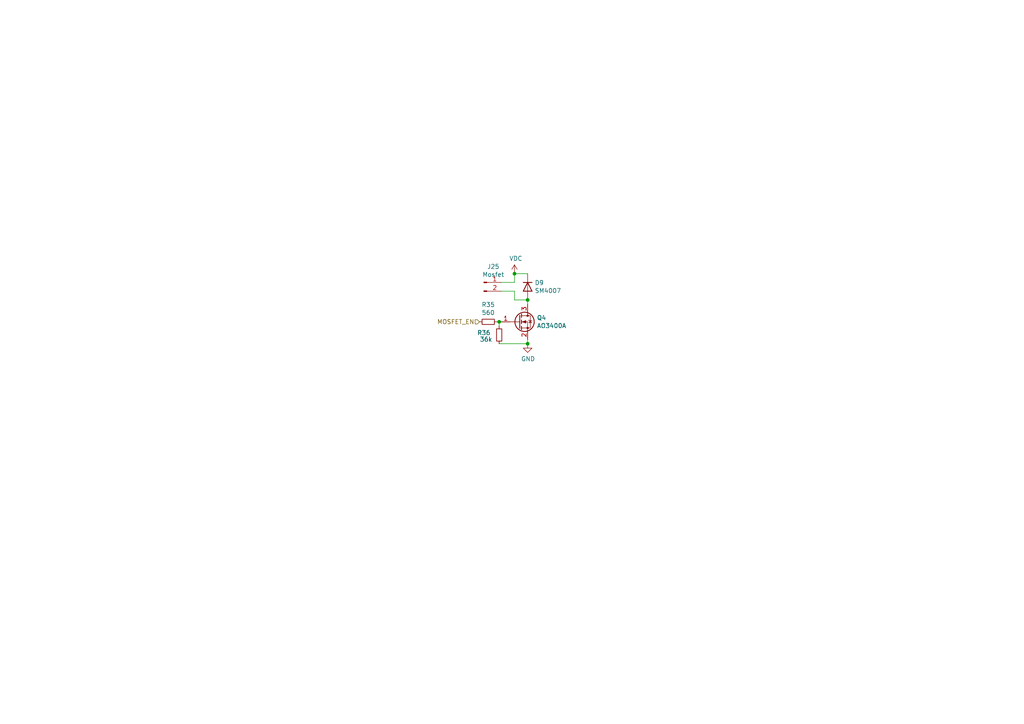
<source format=kicad_sch>
(kicad_sch (version 20211123) (generator eeschema)
  (paper "A4")
  (title_block (title "Index Mobo") (date "2021-02-19") (rev "${version}"))
  (lib_symbols
    (symbol "Connector:Conn_01x02_Male" (pin_names (offset 1.016) hide)
      (property "Reference" "J" (at 0 2.54 0))
      (property "Value" "Conn_01x02_Male" (at 0 -5.08 0))
      (symbol "Conn_01x02_Male_1_1"
        (polyline (pts (xy 1.27 -2.54) (xy 0.8636 -2.54)) (stroke (width 0.1524)))
        (polyline (pts (xy 1.27 0) (xy 0.8636 0)) (stroke (width 0.1524)))
        (rectangle (start 0.8636 -2.413) (end 0 -2.667) (stroke (width 0.1524)) (fill (type outline)))
        (rectangle (start 0.8636 0.127) (end 0 -0.127) (stroke (width 0.1524)) (fill (type outline)))
        (pin passive line (at 5.08 0 180) (length 3.81) (name "Pin_1") (number "1"))
        (pin passive line (at 5.08 -2.54 180) (length 3.81) (name "Pin_2") (number "2"))
      )
    )
    (symbol "Device:R_Small" (pin_numbers hide) (pin_names (offset 0.254) hide)
      (property "Reference" "R" (at 0.762 0.508 0))
      (property "Value" "R_Small" (at 0.762 -1.016 0))
      (symbol "R_Small_0_1"
        (rectangle (start -0.762 1.778) (end 0.762 -1.778) (stroke (width 0.2032)))
      )
      (symbol "R_Small_1_1"
        (pin passive line (at 0 2.54 270) (length 0.762) (name "~") (number "1"))
        (pin passive line (at 0 -2.54 90) (length 0.762) (name "~") (number "2"))
      )
    )
    (symbol "Diode:SM4007" (pin_numbers hide) (pin_names (offset 1.016) hide)
      (property "Reference" "D" (at 0 2.54 0))
      (property "Value" "SM4007" (at 0 -2.54 0))
      (symbol "SM4007_0_1"
        (polyline (pts (xy -1.27 1.27) (xy -1.27 -1.27)) (stroke (width 0.254)))
        (polyline (pts (xy 1.27 0) (xy -1.27 0)))
        (polyline (pts (xy 1.27 1.27) (xy 1.27 -1.27) (xy -1.27 0) (xy 1.27 1.27)) (stroke (width 0.254)))
      )
      (symbol "SM4007_1_1"
        (pin passive line (at -3.81 0 0) (length 2.54) (name "K") (number "1"))
        (pin passive line (at 3.81 0 180) (length 2.54) (name "A") (number "2"))
      )
    )
    (symbol "Transistor_FET:AO3400A" (pin_names hide)
      (property "Reference" "Q" (at 5.08 1.905 0))
      (property "Value" "AO3400A" (at 5.08 0 0))
      (symbol "AO3400A_0_1"
        (polyline (pts (xy 0.254 0) (xy -2.54 0)))
        (polyline (pts (xy 0.254 1.905) (xy 0.254 -1.905)) (stroke (width 0.254)))
        (polyline (pts (xy 0.762 -1.27) (xy 0.762 -2.286)) (stroke (width 0.254)))
        (polyline (pts (xy 0.762 0.508) (xy 0.762 -0.508)) (stroke (width 0.254)))
        (polyline (pts (xy 0.762 2.286) (xy 0.762 1.27)) (stroke (width 0.254)))
        (polyline (pts (xy 2.54 2.54) (xy 2.54 1.778)))
        (polyline (pts (xy 2.54 -2.54) (xy 2.54 0) (xy 0.762 0)))
        (polyline (pts (xy 0.762 -1.778) (xy 3.302 -1.778) (xy 3.302 1.778) (xy 0.762 1.778)))
        (polyline (pts (xy 1.016 0) (xy 2.032 0.381) (xy 2.032 -0.381) (xy 1.016 0)) (fill (type outline)))
        (polyline (pts (xy 2.794 0.508) (xy 2.921 0.381) (xy 3.683 0.381) (xy 3.81 0.254)))
        (polyline (pts (xy 3.302 0.381) (xy 2.921 -0.254) (xy 3.683 -0.254) (xy 3.302 0.381)))
        (circle (center 1.651 0) (radius 2.794) (stroke (width 0.254)))
        (circle (center 2.54 -1.778) (radius 0.254) (fill (type outline)))
        (circle (center 2.54 1.778) (radius 0.254) (fill (type outline)))
      )
      (symbol "AO3400A_1_1"
        (pin input line (at -5.08 0 0) (length 2.54) (name "G") (number "1"))
        (pin passive line (at 2.54 -5.08 90) (length 2.54) (name "S") (number "2"))
        (pin passive line (at 2.54 5.08 270) (length 2.54) (name "D") (number "3"))
      )
    )
    (symbol "power:GND" (power) (pin_names (offset 0))
      (property "Value" "GND" (at 0 -3.81 0))
      (symbol "GND_0_1"
        (polyline (pts (xy 0 0) (xy 0 -1.27) (xy 1.27 -1.27) (xy 0 -2.54) (xy -1.27 -1.27) (xy 0 -1.27)))
      )
      (symbol "GND_1_1"
        (pin power_in line (at 0 0 270) (length 0) hide (name "GND") (number "1"))
      )
    )
    (symbol "power:VDC" (power) (pin_names (offset 0))
      (property "Value" "VDC" (at 0 6.35 0))
      (symbol "VDC_0_1"
        (polyline (pts (xy -0.762 1.27) (xy 0 2.54)))
        (polyline (pts (xy 0 0) (xy 0 2.54)))
        (polyline (pts (xy 0 2.54) (xy 0.762 1.27)))
      )
      (symbol "VDC_1_1"
        (pin power_in line (at 0 0 90) (length 0) hide (name "VDC") (number "1"))
      )
    )
  )
  (junction (at 144.78 93.345))
  (junction (at 153.035 99.695))
  (junction (at 153.035 86.995))
  (junction (at 149.225 79.375))
  (wire (pts (xy 149.225 84.455) (xy 145.415 84.455)))
  (wire (pts (xy 153.035 79.375) (xy 149.225 79.375)))
  (wire (pts (xy 153.035 88.265) (xy 153.035 86.995)))
  (wire (pts (xy 153.035 98.425) (xy 153.035 99.695)))
  (wire (pts (xy 144.145 93.345) (xy 144.78 93.345)))
  (wire (pts (xy 144.78 94.615) (xy 144.78 93.345)))
  (wire (pts (xy 149.225 84.455) (xy 149.225 86.995)))
  (wire (pts (xy 144.78 93.345) (xy 145.415 93.345)))
  (wire (pts (xy 153.035 86.995) (xy 149.225 86.995)))
  (wire (pts (xy 144.78 99.695) (xy 153.035 99.695)))
  (wire (pts (xy 149.225 81.915) (xy 149.225 79.375)))
  (wire (pts (xy 145.415 81.915) (xy 149.225 81.915)))
  (hierarchical_label "MOSFET_EN" (shape input) (at 139.065 93.345 180))
  (symbol (lib_id "Connector:Conn_01x02_Male") (at 140.335 81.915 0)
    (property "Reference" "J25" (at 143.0782 77.3176 0))
    (property "Value" "Mosfet" (at 143.0782 79.629 0))
    (property "Footprint" "Connector_JST:JST_XH_B2B-XH-A_1x02_P2.50mm_Vertical" (effects hide))
    (property "JLCPCB" "C20079" (effects hide))
    (property "LCSC" "C20079" (effects hide))
    (property "Digikey" "455-2247-ND" (effects hide))
  )
  (symbol (lib_id "Transistor_FET:AO3400A") (at 150.495 93.345 0)
    (property "Reference" "Q4" (at 155.702 92.1766 0) (effects (justify left)))
    (property "Value" "AO3400A" (at 155.702 94.488 0) (effects (justify left)))
    (property "Footprint" "Package_TO_SOT_SMD:SOT-23" (effects hide))
    (property "Datasheet" "http://www.aosmd.com/pdfs/datasheet/AO3400A.pdf" (effects hide))
    (property "Mouser" "942-IRLML6344TRPBF" (effects hide))
    (property "LCSC" "C427382" (effects hide))
    (property "JLCPCB" "C332101" (effects hide))
    (property "Digikey" "IRLML6344TRPBFCT-ND" (effects hide))
  )
  (symbol (lib_id "power:GND") (at 153.035 99.695 0)
    (property "Reference" "#PWR0194" (effects hide))
    (property "Value" "GND" (at 153.162 104.0892 0))
  )
  (symbol (lib_id "Device:R_Small") (at 144.78 97.155 180)
    (property "Reference" "R36" (at 140.335 96.52 0))
    (property "Value" "36k" (at 140.97 98.425 0))
    (property "Footprint" "Resistor_SMD:R_0805_2012Metric" (effects hide))
    (property "Datasheet" "https://www.vishay.com/docs/20035/dcrcwe3.pdf" (effects hide))
    (property "JLCPCB" "C4360" (effects hide))
    (property "LCSC" "C139879" (effects hide))
    (property "Digikey" "541-36.0KCCT-ND" (effects hide))
    (property "Mouser" "71-CRCW080536K0FKEA" (effects hide))
  )
  (symbol (lib_id "Device:R_Small") (at 141.605 93.345 90)
    (property "Reference" "R35" (at 141.605 88.3666 90))
    (property "Value" "560" (at 141.605 90.678 90))
    (property "Footprint" "Resistor_SMD:R_0805_2012Metric" (effects hide))
    (property "JLCPCB" "C28636" (effects hide))
    (property "LCSC" "C28636" (effects hide))
    (property "Digikey" "RHM560AHCT-ND" (effects hide))
    (property "Mouser" "667-ERJ-6ENF5600V" (effects hide))
  )
  (symbol (lib_id "Diode:SM4007") (at 153.035 83.185 270)
    (property "Reference" "D9" (at 155.067 82.0166 90) (effects (justify left)))
    (property "Value" "SM4007" (at 155.067 84.328 90) (effects (justify left)))
    (property "Footprint" "Diode_SMD:D_SOD-123F" (effects hide))
    (property "Datasheet" "http://cdn-reichelt.de/documents/datenblatt/A400/SMD1N400%23DIO.pdf" (effects hide))
    (property "JLCPCB" "C64898" (effects hide))
    (property "LCSC" "C64898" (effects hide))
    (property "Digikey" "SM4007PL-TPMSCT-ND" (effects hide))
    (property "Mouser" "833-SM4007PL-TP" (effects hide))
  )
  (symbol (lib_id "power:VDC") (at 149.225 79.375 0)
    (property "Reference" "#PWR0193" (effects hide))
    (property "Value" "VDC" (at 149.606 74.9808 0))
  )
)
</source>
